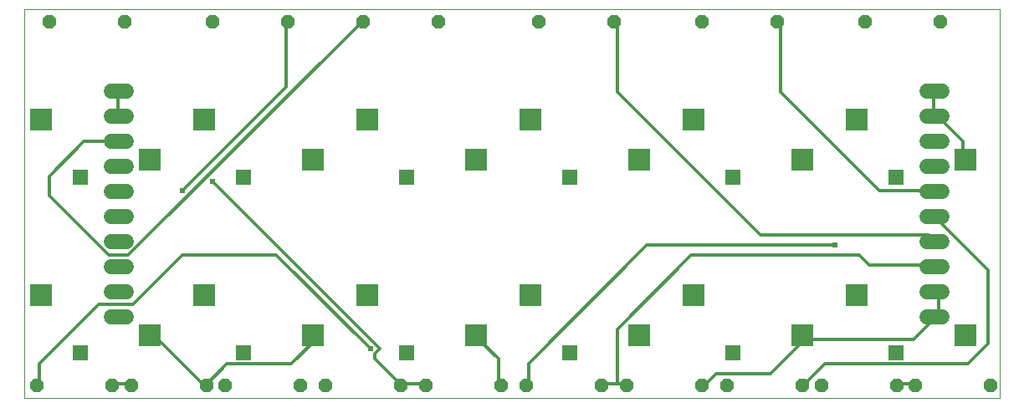
<source format=gtl>
G75*
%MOIN*%
%OFA0B0*%
%FSLAX25Y25*%
%IPPOS*%
%LPD*%
%AMOC8*
5,1,8,0,0,1.08239X$1,22.5*
%
%ADD10C,0.00000*%
%ADD11R,0.08858X0.08858*%
%ADD12R,0.05937X0.05937*%
%ADD13OC8,0.05200*%
%ADD14C,0.06000*%
%ADD15C,0.01200*%
%ADD16C,0.02400*%
D10*
X0001000Y0001000D02*
X0001000Y0155961D01*
X0389701Y0155961D01*
X0389701Y0001000D01*
X0001000Y0001000D01*
D11*
X0051000Y0026000D03*
X0072496Y0042181D03*
X0116000Y0026000D03*
X0137496Y0042181D03*
X0181000Y0026000D03*
X0202496Y0042181D03*
X0246000Y0026000D03*
X0267496Y0042181D03*
X0311000Y0026000D03*
X0332496Y0042181D03*
X0376000Y0026000D03*
X0376000Y0096000D03*
X0332496Y0112181D03*
X0311000Y0096000D03*
X0267496Y0112181D03*
X0246000Y0096000D03*
X0202496Y0112181D03*
X0181000Y0096000D03*
X0137496Y0112181D03*
X0116000Y0096000D03*
X0072496Y0112181D03*
X0051000Y0096000D03*
X0007496Y0112181D03*
X0007496Y0042181D03*
D12*
X0023165Y0019268D03*
X0088165Y0019268D03*
X0153165Y0019268D03*
X0218165Y0019268D03*
X0283165Y0019268D03*
X0348165Y0019268D03*
X0348165Y0089268D03*
X0283165Y0089268D03*
X0218165Y0089268D03*
X0153165Y0089268D03*
X0088165Y0089268D03*
X0023165Y0089268D03*
D13*
X0011000Y0151000D03*
X0041000Y0151000D03*
X0076000Y0151000D03*
X0106000Y0151000D03*
X0136000Y0151000D03*
X0166000Y0151000D03*
X0206000Y0151000D03*
X0236000Y0151000D03*
X0271000Y0151000D03*
X0301000Y0151000D03*
X0336000Y0151000D03*
X0366000Y0151000D03*
X0356000Y0006000D03*
X0348500Y0006000D03*
X0318500Y0006000D03*
X0311000Y0006000D03*
X0281000Y0006000D03*
X0271000Y0006000D03*
X0241000Y0006000D03*
X0231000Y0006000D03*
X0201000Y0006000D03*
X0191000Y0006000D03*
X0161000Y0006000D03*
X0151000Y0006000D03*
X0121000Y0006000D03*
X0111000Y0006000D03*
X0081000Y0006000D03*
X0073500Y0006000D03*
X0043500Y0006000D03*
X0036000Y0006000D03*
X0006000Y0006000D03*
X0386000Y0006000D03*
D14*
X0366500Y0033500D02*
X0360500Y0033500D01*
X0360500Y0043500D02*
X0366500Y0043500D01*
X0366500Y0053500D02*
X0360500Y0053500D01*
X0360500Y0063500D02*
X0366500Y0063500D01*
X0366500Y0073500D02*
X0360500Y0073500D01*
X0360500Y0083500D02*
X0366500Y0083500D01*
X0366500Y0093500D02*
X0360500Y0093500D01*
X0360500Y0103500D02*
X0366500Y0103500D01*
X0366500Y0113500D02*
X0360500Y0113500D01*
X0360500Y0123500D02*
X0366500Y0123500D01*
X0041500Y0123500D02*
X0035500Y0123500D01*
X0035500Y0113500D02*
X0041500Y0113500D01*
X0041500Y0103500D02*
X0035500Y0103500D01*
X0035500Y0093500D02*
X0041500Y0093500D01*
X0041500Y0083500D02*
X0035500Y0083500D01*
X0035500Y0073500D02*
X0041500Y0073500D01*
X0041500Y0063500D02*
X0035500Y0063500D01*
X0035500Y0053500D02*
X0041500Y0053500D01*
X0041500Y0043500D02*
X0035500Y0043500D01*
X0035500Y0033500D02*
X0041500Y0033500D01*
D15*
X0044307Y0038402D02*
X0030528Y0038402D01*
X0006906Y0014780D01*
X0006906Y0006906D01*
X0006000Y0006000D01*
X0036000Y0006000D02*
X0036433Y0006906D01*
X0042339Y0006906D01*
X0043500Y0006000D01*
X0054150Y0024622D02*
X0071866Y0006906D01*
X0073500Y0006000D01*
X0073835Y0006906D01*
X0081709Y0014780D01*
X0107299Y0014780D01*
X0117142Y0024622D01*
X0116000Y0026000D01*
X0138795Y0020685D02*
X0101394Y0058087D01*
X0063992Y0058087D01*
X0044307Y0038402D01*
X0051000Y0026000D02*
X0052181Y0024622D01*
X0054150Y0024622D01*
X0042339Y0058087D02*
X0034465Y0058087D01*
X0010843Y0081709D01*
X0010843Y0089583D01*
X0024622Y0103362D01*
X0038402Y0103362D01*
X0038500Y0103500D01*
X0038500Y0113500D02*
X0038402Y0115173D01*
X0038402Y0123047D01*
X0038500Y0123500D01*
X0063992Y0083677D02*
X0105331Y0125016D01*
X0105331Y0150606D01*
X0106000Y0151000D01*
X0134858Y0150606D02*
X0136000Y0151000D01*
X0134858Y0150606D02*
X0042339Y0058087D01*
X0075803Y0087614D02*
X0142732Y0020685D01*
X0140764Y0018717D01*
X0140764Y0016748D01*
X0150606Y0006906D01*
X0151000Y0006000D01*
X0152575Y0006906D01*
X0160449Y0006906D01*
X0161000Y0006000D01*
X0182102Y0024622D02*
X0189976Y0016748D01*
X0189976Y0006906D01*
X0191000Y0006000D01*
X0201000Y0006000D02*
X0201787Y0006906D01*
X0201787Y0014780D01*
X0249031Y0062024D01*
X0323835Y0062024D01*
X0333677Y0058087D02*
X0266748Y0058087D01*
X0237220Y0028559D01*
X0237220Y0006906D01*
X0231315Y0006906D01*
X0231000Y0006000D01*
X0237220Y0006906D02*
X0239189Y0006906D01*
X0241000Y0006000D01*
X0271000Y0006000D02*
X0272654Y0006906D01*
X0276591Y0010843D01*
X0298244Y0010843D01*
X0312024Y0024622D01*
X0311000Y0026000D01*
X0312024Y0024622D02*
X0355331Y0024622D01*
X0363205Y0032496D01*
X0363500Y0033500D01*
X0365173Y0034465D01*
X0365173Y0042339D01*
X0363500Y0043500D01*
X0384858Y0052181D02*
X0365173Y0071866D01*
X0363500Y0073500D01*
X0361236Y0065961D02*
X0363205Y0063992D01*
X0363500Y0063500D01*
X0361236Y0065961D02*
X0294307Y0065961D01*
X0237220Y0123047D01*
X0237220Y0150606D01*
X0236000Y0151000D01*
X0301000Y0151000D02*
X0302181Y0150606D01*
X0302181Y0123047D01*
X0341551Y0083677D01*
X0363205Y0083677D01*
X0363500Y0083500D01*
X0376000Y0096000D02*
X0375016Y0097457D01*
X0375016Y0103362D01*
X0365173Y0113205D01*
X0363500Y0113500D01*
X0363205Y0115173D01*
X0363205Y0123047D01*
X0363500Y0123500D01*
X0333677Y0058087D02*
X0337614Y0054150D01*
X0363205Y0054150D01*
X0363500Y0053500D01*
X0384858Y0052181D02*
X0384858Y0022654D01*
X0376984Y0014780D01*
X0319898Y0014780D01*
X0312024Y0006906D01*
X0311000Y0006000D01*
X0348500Y0006000D02*
X0349425Y0006906D01*
X0355331Y0006906D01*
X0356000Y0006000D01*
X0182102Y0024622D02*
X0181000Y0026000D01*
D16*
X0138795Y0020685D03*
X0063992Y0083677D03*
X0075803Y0087614D03*
X0323835Y0062024D03*
M02*

</source>
